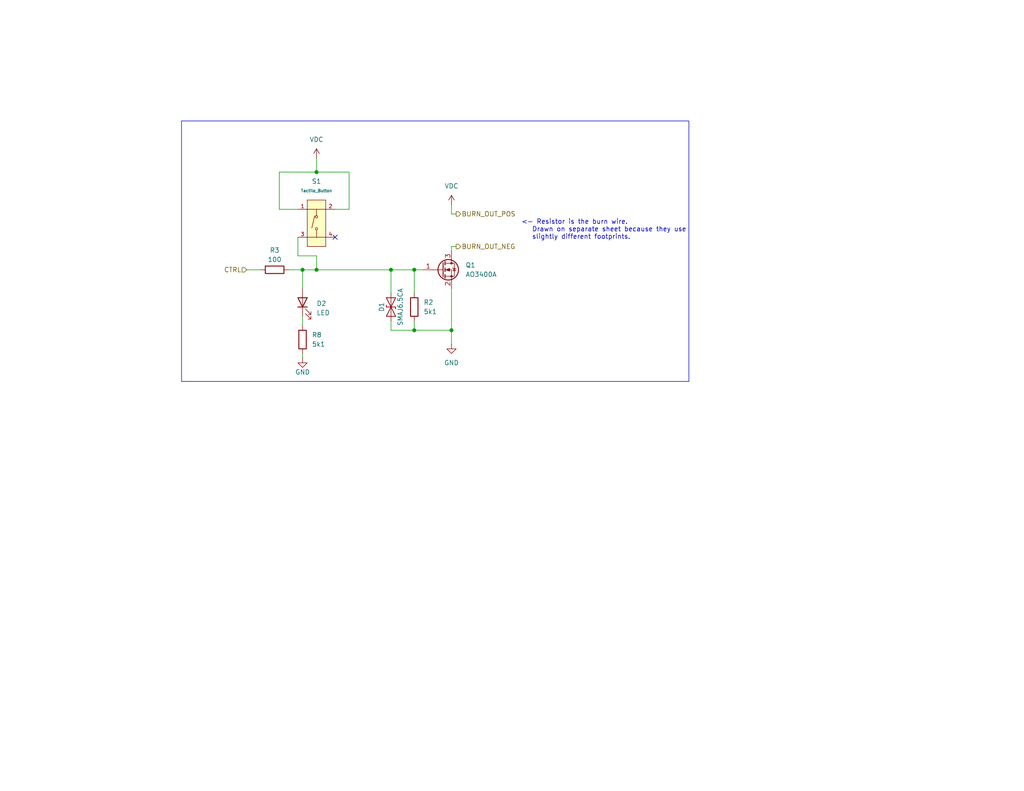
<source format=kicad_sch>
(kicad_sch (version 20250114) (generator "eeschema") (generator_version "9.0")
  (paper "USLetter")
  (title_block (title "CTS-SAT-1 DCLB Burn Wire PCB") (date "2025-05-08") (rev "Rev 2"))
  (lib_symbols
    (symbol "00-symbol-lib:Tactile_Button" (pin_names (hide yes))
      (property "Reference" "S" (at 0 1.27 0))
      (property "Value" "Tactile_Button" (at 0 -8.89 0))
      (symbol "Tactile_Button_0_1"
        (polyline (pts (xy -2.54 2.54) (xy 2.54 2.54)))
        (polyline (pts (xy -2.54 -5.08) (xy 2.54 -5.08)))
        (polyline (pts (xy -0.508 0.762) (xy -1.27 -2.54)))
        (polyline (pts (xy 0 0.762) (xy 0 2.54)))
        (circle (center 0 0.508) (radius 0.3175) (fill (type background)))
        (circle (center 0 -2.794) (radius 0.3175) (fill (type background)))
        (polyline (pts (xy 0 -3.302) (xy 0 -5.08)))
        (pin unspecified line (at -5.08 2.54 0) (length 2.54) (name "A") (number "1"))
        (pin unspecified line (at -5.08 -5.08 0) (length 2.54) (name "C") (number "3"))
        (pin unspecified line (at 5.08 2.54 180) (length 2.54) (name "B") (number "2"))
        (pin unspecified line (at 5.08 -5.08 180) (length 2.54) (name "D") (number "4"))
      )
      (symbol "Tactile_Button_1_1"
        (rectangle (start -2.54 5.08) (end 2.54 -7.62) (fill (type background)))
      )
    )
    (symbol "Device:LED" (pin_numbers (hide yes)) (pin_names (offset 1.016) (hide yes))
      (property "Reference" "D" (at 0 2.54 0))
      (property "Value" "LED" (at 0 -2.54 0))
      (symbol "LED_0_1"
        (polyline (pts (xy -3.048 -0.762) (xy -4.572 -2.286) (xy -3.81 -2.286) (xy -4.572 -2.286) (xy -4.572 -1.524)))
        (polyline (pts (xy -1.778 -0.762) (xy -3.302 -2.286) (xy -2.54 -2.286) (xy -3.302 -2.286) (xy -3.302 -1.524)))
        (polyline (pts (xy -1.27 0) (xy 1.27 0)))
        (polyline (pts (xy -1.27 -1.27) (xy -1.27 1.27)) (stroke (width 0.254)))
        (polyline (pts (xy 1.27 -1.27) (xy 1.27 1.27) (xy -1.27 0) (xy 1.27 -1.27)) (stroke (width 0.254)))
      )
      (symbol "LED_1_1"
        (pin passive line (at -3.81 0 0) (length 2.54) (name "K") (number "1"))
        (pin passive line (at 3.81 0 180) (length 2.54) (name "A") (number "2"))
      )
    )
    (symbol "Device:R" (pin_numbers (hide yes)) (pin_names (offset 0))
      (property "Reference" "R" (at 2.032 0 90))
      (property "Value" "R" (at 0 0 90))
      (symbol "R_0_1"
        (rectangle (start -1.016 -2.54) (end 1.016 2.54) (stroke (width 0.254)))
      )
      (symbol "R_1_1"
        (pin passive line (at 0 3.81 270) (length 1.27) (name "~") (number "1"))
        (pin passive line (at 0 -3.81 90) (length 1.27) (name "~") (number "2"))
      )
    )
    (symbol "Diode:SMAJ6.5CA" (pin_numbers (hide yes)) (pin_names (offset 1.016) (hide yes))
      (property "Reference" "D" (at 0 2.54 0))
      (property "Value" "SMAJ6.5CA" (at 0 -2.54 0))
      (symbol "SMAJ6.5CA_0_1"
        (polyline (pts (xy -2.54 -1.27) (xy 0 0) (xy -2.54 1.27) (xy -2.54 -1.27)) (stroke (width 0.2032)))
        (polyline (pts (xy 0.508 1.27) (xy 0 1.27) (xy 0 -1.27) (xy -0.508 -1.27)) (stroke (width 0.2032)))
        (polyline (pts (xy 1.27 0) (xy -1.27 0)))
        (polyline (pts (xy 2.54 1.27) (xy 2.54 -1.27) (xy 0 0) (xy 2.54 1.27)) (stroke (width 0.2032)))
      )
      (symbol "SMAJ6.5CA_1_1"
        (pin passive line (at -3.81 0 0) (length 2.54) (name "A1") (number "1"))
        (pin passive line (at 3.81 0 180) (length 2.54) (name "A2") (number "2"))
      )
    )
    (symbol "Transistor_FET:AO3400A" (pin_names (hide yes))
      (property "Reference" "Q" (at 5.08 1.905 0))
      (property "Value" "AO3400A" (at 5.08 0 0))
      (symbol "AO3400A_0_1"
        (polyline (pts (xy 0.254 1.905) (xy 0.254 -1.905)) (stroke (width 0.254)))
        (polyline (pts (xy 0.254 0) (xy -2.54 0)))
        (polyline (pts (xy 0.762 2.286) (xy 0.762 1.27)) (stroke (width 0.254)))
        (polyline (pts (xy 0.762 0.508) (xy 0.762 -0.508)) (stroke (width 0.254)))
        (polyline (pts (xy 0.762 -1.27) (xy 0.762 -2.286)) (stroke (width 0.254)))
        (polyline (pts (xy 0.762 -1.778) (xy 3.302 -1.778) (xy 3.302 1.778) (xy 0.762 1.778)))
        (polyline (pts (xy 1.016 0) (xy 2.032 0.381) (xy 2.032 -0.381) (xy 1.016 0)) (fill (type outline)))
        (circle (center 1.651 0) (radius 2.794) (stroke (width 0.254)))
        (polyline (pts (xy 2.54 2.54) (xy 2.54 1.778)))
        (circle (center 2.54 1.778) (radius 0.254) (fill (type outline)))
        (circle (center 2.54 -1.778) (radius 0.254) (fill (type outline)))
        (polyline (pts (xy 2.54 -2.54) (xy 2.54 0) (xy 0.762 0)))
        (polyline (pts (xy 2.794 0.508) (xy 2.921 0.381) (xy 3.683 0.381) (xy 3.81 0.254)))
        (polyline (pts (xy 3.302 0.381) (xy 2.921 -0.254) (xy 3.683 -0.254) (xy 3.302 0.381)))
      )
      (symbol "AO3400A_1_1"
        (pin input line (at -5.08 0 0) (length 2.54) (name "G") (number "1"))
        (pin passive line (at 2.54 5.08 270) (length 2.54) (name "D") (number "3"))
        (pin passive line (at 2.54 -5.08 90) (length 2.54) (name "S") (number "2"))
      )
    )
    (symbol "power:GND" (power) (pin_numbers (hide yes)) (pin_names (offset 0) (hide yes))
      (property "Value" "GND" (at 0 -3.81 0))
      (symbol "GND_0_1"
        (polyline (pts (xy 0 0) (xy 0 -1.27) (xy 1.27 -1.27) (xy 0 -2.54) (xy -1.27 -1.27) (xy 0 -1.27)))
      )
      (symbol "GND_1_1"
        (pin power_in line (at 0 0 270) (length 0) (name "~") (number "1"))
      )
    )
    (symbol "power:VDC" (power) (pin_numbers (hide yes)) (pin_names (offset 0) (hide yes))
      (property "Value" "VDC" (at 0 3.556 0))
      (symbol "VDC_0_1"
        (polyline (pts (xy -0.762 1.27) (xy 0 2.54)))
        (polyline (pts (xy 0 2.54) (xy 0.762 1.27)))
        (polyline (pts (xy 0 0) (xy 0 2.54)))
      )
      (symbol "VDC_1_1"
        (pin power_in line (at 0 0 90) (length 0) (name "~") (number "1"))
      )
    )
  )
  (rectangle (start 49.53 33.02) (end 187.96 104.14))
  (text "<- Resistor is the burn wire.\n   Drawn on separate sheet because they use\n   slightly different footprints." (at 142.24 62.738 0) (effects (font (size 1.27 1.27)) (justify left)))
  (junction (at 106.68 73.66))
  (junction (at 86.36 73.66))
  (junction (at 123.19 90.17))
  (junction (at 113.03 90.17))
  (junction (at 86.36 46.99))
  (junction (at 113.03 73.66))
  (junction (at 82.55 73.66))
  (no_connect (at 91.44 64.77))
  (wire (pts (xy 95.25 46.99) (xy 86.36 46.99)))
  (wire (pts (xy 82.55 88.9) (xy 82.55 86.36)))
  (wire (pts (xy 82.55 73.66) (xy 82.55 78.74)))
  (wire (pts (xy 95.25 57.15) (xy 95.25 46.99)))
  (wire (pts (xy 123.19 78.74) (xy 123.19 90.17)))
  (wire (pts (xy 86.36 46.99) (xy 76.2 46.99)))
  (wire (pts (xy 86.36 43.18) (xy 86.36 46.99)))
  (wire (pts (xy 123.19 67.31) (xy 124.46 67.31)))
  (wire (pts (xy 81.28 69.85) (xy 86.36 69.85)))
  (wire (pts (xy 123.19 58.42) (xy 123.19 55.88)))
  (wire (pts (xy 123.19 90.17) (xy 123.19 93.98)))
  (wire (pts (xy 91.44 57.15) (xy 95.25 57.15)))
  (wire (pts (xy 123.19 68.58) (xy 123.19 67.31)))
  (wire (pts (xy 76.2 57.15) (xy 81.28 57.15)))
  (wire (pts (xy 76.2 46.99) (xy 76.2 57.15)))
  (wire (pts (xy 106.68 73.66) (xy 113.03 73.66)))
  (wire (pts (xy 113.03 73.66) (xy 115.57 73.66)))
  (wire (pts (xy 106.68 73.66) (xy 106.68 80.01)))
  (wire (pts (xy 82.55 97.79) (xy 82.55 96.52)))
  (wire (pts (xy 124.46 58.42) (xy 123.19 58.42)))
  (wire (pts (xy 82.55 73.66) (xy 86.36 73.66)))
  (wire (pts (xy 113.03 90.17) (xy 123.19 90.17)))
  (wire (pts (xy 78.74 73.66) (xy 82.55 73.66)))
  (wire (pts (xy 113.03 73.66) (xy 113.03 80.01)))
  (wire (pts (xy 67.31 73.66) (xy 71.12 73.66)))
  (wire (pts (xy 81.28 64.77) (xy 81.28 69.85)))
  (wire (pts (xy 86.36 69.85) (xy 86.36 73.66)))
  (wire (pts (xy 106.68 87.63) (xy 106.68 90.17)))
  (wire (pts (xy 106.68 90.17) (xy 113.03 90.17)))
  (wire (pts (xy 86.36 73.66) (xy 106.68 73.66)))
  (wire (pts (xy 113.03 87.63) (xy 113.03 90.17)))
  (hierarchical_label "BURN_OUT_NEG" (shape output) (at 124.46 67.31 0))
  (hierarchical_label "BURN_OUT_POS" (shape output) (at 124.46 58.42 0))
  (hierarchical_label "CTRL" (shape input) (at 67.31 73.66 180))
  (symbol (lib_id "Diode:SMAJ6.5CA") (at 106.68 83.82 90) (unit 1)
    (property "Reference" "D1" (at 104.14 83.82 0))
    (property "Value" "SMAJ6.5CA" (at 109.22 83.82 0))
    (property "Footprint" "Diode_SMD:D_SMA" (effects (hide yes)))
    (property "Datasheet" "https://www.littelfuse.com/media?resourcetype=datasheets&itemid=75e32973-b177-4ee3-a0ff-cedaf1abdb93&filename=smaj-datasheet" (effects (hide yes)))
    (property "Description" "400W bidirectional Transient Voltage Suppressor, 6.5Vr, SMA(DO-214AC)" (effects (hide yes)))
    (instances (project "CTS-SAT-1-Burnwire-PCB" (path "" (reference "D1") (unit 1)) (path "" (reference "D4") (unit 1))))
  )
  (symbol (lib_id "Device:R") (at 74.93 73.66 90) (unit 1)
    (property "Reference" "R3" (at 74.93 68.326 90))
    (property "Value" "100" (at 74.93 70.866 90))
    (property "Footprint" "Resistor_SMD:R_0603_1608Metric_Pad0.98x0.95mm_HandSolder" (effects (hide yes)))
    (property "Description" "Resistor" (effects (hide yes)))
    (instances (project "CTS-SAT-1-Burnwire-PCB" (path "" (reference "R3") (unit 1)) (path "" (reference "R9") (unit 1))))
  )
  (symbol (lib_id "power:GND") (at 82.55 97.79 0) (unit 1)
    (property "Reference" "#PWR014" (effects (hide yes)))
    (property "Value" "GND" (at 82.55 101.6 0))
    (property "Description" "Power symbol creates a global label with name \"GND\" , ground" (effects (hide yes)))
    (instances (project "CTS-SAT-1-Burnwire-PCB" (path "" (reference "#PWR014") (unit 1)) (path "" (reference "#PWR015") (unit 1))))
  )
  (symbol (lib_id "power:VDC") (at 86.36 43.18 0) (unit 1)
    (property "Reference" "#PWR03" (effects (hide yes)))
    (property "Value" "VDC" (at 86.36 38.1 0))
    (property "Description" "Power symbol creates a global label with name \"VDC\"" (effects (hide yes)))
    (instances (project "CTS-SAT-1-Burnwire-PCB" (path "" (reference "#PWR03") (unit 1)) (path "" (reference "#PWR016") (unit 1))))
  )
  (symbol (lib_id "Device:R") (at 113.03 83.82 0) (unit 1)
    (property "Reference" "R2" (at 115.57 82.5499 0) (effects (justify left)))
    (property "Value" "5k1" (at 115.57 85.0899 0) (effects (justify left)))
    (property "Footprint" "Resistor_SMD:R_0603_1608Metric_Pad0.98x0.95mm_HandSolder" (effects (hide yes)))
    (property "Description" "Resistor" (effects (hide yes)))
    (instances (project "CTS-SAT-1-Burnwire-PCB" (path "" (reference "R2") (unit 1)) (path "" (reference "R11") (unit 1))))
  )
  (symbol (lib_id "Device:R") (at 82.55 92.71 0) (unit 1)
    (property "Reference" "R8" (at 85.09 91.4399 0) (effects (justify left)))
    (property "Value" "5k1" (at 85.09 93.9799 0) (effects (justify left)))
    (property "Footprint" "Resistor_SMD:R_0603_1608Metric_Pad0.98x0.95mm_HandSolder" (effects (hide yes)))
    (property "Description" "Resistor" (effects (hide yes)))
    (instances (project "CTS-SAT-1-Burnwire-PCB" (path "" (reference "R8") (unit 1)) (path "" (reference "R10") (unit 1))))
  )
  (symbol (lib_id "power:GND") (at 123.19 93.98 0) (unit 1)
    (property "Reference" "#PWR02" (effects (hide yes)))
    (property "Value" "GND" (at 123.19 99.06 0))
    (property "Description" "Power symbol creates a global label with name \"GND\" , ground" (effects (hide yes)))
    (instances (project "CTS-SAT-1-Burnwire-PCB" (path "" (reference "#PWR02") (unit 1)) (path "" (reference "#PWR018") (unit 1))))
  )
  (symbol (lib_id "power:VDC") (at 123.19 55.88 0) (unit 1)
    (property "Reference" "#PWR01" (effects (hide yes)))
    (property "Value" "VDC" (at 123.19 50.8 0))
    (property "Description" "Power symbol creates a global label with name \"VDC\"" (effects (hide yes)))
    (instances (project "CTS-SAT-1-Burnwire-PCB" (path "" (reference "#PWR01") (unit 1)) (path "" (reference "#PWR017") (unit 1))))
  )
  (symbol (lib_id "Transistor_FET:AO3400A") (at 120.65 73.66 0) (unit 1)
    (property "Reference" "Q1" (at 127 72.3899 0) (effects (justify left)))
    (property "Value" "AO3400A" (at 127 74.9299 0) (effects (justify left)))
    (property "Footprint" "Package_TO_SOT_SMD:SOT-23_Handsoldering" (effects (hide yes)))
    (property "Datasheet" "http://www.aosmd.com/pdfs/datasheet/AO3400A.pdf" (effects (hide yes)))
    (property "Description" "30V Vds, 5.7A Id, N-Channel MOSFET, SOT-23" (effects (hide yes)))
    (instances (project "" (path "" (reference "Q1") (unit 1)) (path "" (reference "Q2") (unit 1))))
  )
  (symbol (lib_id "00-symbol-lib:Tactile_Button") (at 86.36 59.69 0) (unit 1)
    (property "Reference" "S1" (at 86.36 49.53 0))
    (property "Value" "Tactile_Button" (at 86.36 52.07 0) (effects (font (size 0.8 0.8))))
    (property "Footprint" "00-footprint-lib:SW-SMD_4P-L5.1-W5.1-P3.70-LS6.5-TL-2" (effects (hide yes)))
    (property "Datasheet" "https://www.lcsc.com/datasheet/lcsc_datasheet_2304140030_XKB-Connection-TS-1187A-B-A-B_C318884.pdf" (effects (hide yes)))
    (property "Description" "None Without 50mA 5.1mm 100000 Times 160gf 12V 5.1mm 1.5mm Round Button Standing paste SPST SMD Tactile Switches ROHS" (effects (hide yes)))
    (property "LCSC" "C318884" (effects (hide yes)))
    (property "Stock" "433660" (effects (hide yes)))
    (property "Price" "0.025USD" (effects (hide yes)))
    (property "Process" "SMT" (effects (hide yes)))
    (property "Minimum Qty" "10" (effects (hide yes)))
    (property "Attrition Qty" "5" (effects (hide yes)))
    (property "Class" "Basic Component" (effects (hide yes)))
    (property "Category" "Switches,Tactile Switches" (effects (hide yes)))
    (property "Manufacturer" "XKB Connectivity" (effects (hide yes)))
    (property "Part" "TS-1187A-B-A-B" (effects (hide yes)))
    (property "Switch Length" "5.1mm" (effects (hide yes)))
    (property "Voltage Rating (Dc)" "12V" (effects (hide yes)))
    (property "With Lamp" "No" (effects (hide yes)))
    (property "Operating Force" "160gf" (effects (hide yes)))
    (property "Actuator/Cap Color" "Golden" (effects (hide yes)))
    (property "Mechanical Life" "100000 Times" (effects (hide yes)))
    (property "Strike Gundam" "NO" (effects (hide yes)))
    (property "Circuit" "SPST" (effects (hide yes)))
    (property "Switch Height" "1.5mm" (effects (hide yes)))
    (property "Actuator Style" "Round Button" (effects (hide yes)))
    (property "Switch Width" "5.1mm" (effects (hide yes)))
    (property "Contact Current" "50mA" (effects (hide yes)))
    (property "Operating Temperature" "-30°C~+85°C" (effects (hide yes)))
    (property "Mounting Style" "Brick nogging" (effects (hide yes)))
    (instances (project "CTS-SAT-1-Burnwire-PCB" (path "" (reference "S1") (unit 1)) (path "" (reference "S2") (unit 1))))
  )
  (symbol (lib_id "Device:LED") (at 82.55 82.55 90) (unit 1)
    (property "Reference" "D2" (at 86.36 82.8674 90) (effects (justify right)))
    (property "Value" "LED" (at 86.36 85.4074 90) (effects (justify right)))
    (property "Footprint" "LED_SMD:LED_0603_1608Metric_Pad1.05x0.95mm_HandSolder" (effects (hide yes)))
    (property "Description" "Light emitting diode" (effects (hide yes)))
    (property "Sim.Pins" "1=K 2=A" (effects (hide yes)))
    (instances (project "CTS-SAT-1-Burnwire-PCB" (path "" (reference "D2") (unit 1)) (path "" (reference "D3") (unit 1))))
  )
)
</source>
